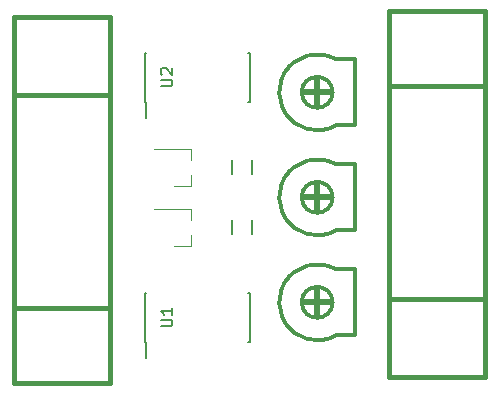
<source format=gto>
G04 #@! TF.FileFunction,Legend,Top*
%FSLAX46Y46*%
G04 Gerber Fmt 4.6, Leading zero omitted, Abs format (unit mm)*
G04 Created by KiCad (PCBNEW 4.0.5) date 2017 January 18, Wednesday 00:08:16*
%MOMM*%
%LPD*%
G01*
G04 APERTURE LIST*
%ADD10C,0.100000*%
%ADD11C,0.150000*%
%ADD12C,0.120000*%
%ADD13C,0.350520*%
%ADD14C,0.381000*%
G04 APERTURE END LIST*
D10*
D11*
X44845000Y-52670000D02*
X44845000Y-51470000D01*
X46595000Y-51470000D02*
X46595000Y-52670000D01*
X46595000Y-46390000D02*
X46595000Y-47590000D01*
X44845000Y-47590000D02*
X44845000Y-46390000D01*
X37460000Y-61765000D02*
X37575000Y-61765000D01*
X37460000Y-57615000D02*
X37575000Y-57615000D01*
X46360000Y-57615000D02*
X46245000Y-57615000D01*
X46360000Y-61765000D02*
X46245000Y-61765000D01*
X37460000Y-61765000D02*
X37460000Y-57615000D01*
X46360000Y-61765000D02*
X46360000Y-57615000D01*
X37575000Y-61765000D02*
X37575000Y-63140000D01*
X37460000Y-41445000D02*
X37575000Y-41445000D01*
X37460000Y-37295000D02*
X37575000Y-37295000D01*
X46360000Y-37295000D02*
X46245000Y-37295000D01*
X46360000Y-41445000D02*
X46245000Y-41445000D01*
X37460000Y-41445000D02*
X37460000Y-37295000D01*
X46360000Y-41445000D02*
X46360000Y-37295000D01*
X37575000Y-41445000D02*
X37575000Y-42820000D01*
D12*
X41400000Y-53650000D02*
X41400000Y-52720000D01*
X41400000Y-50490000D02*
X41400000Y-51420000D01*
X41400000Y-50490000D02*
X38240000Y-50490000D01*
X41400000Y-53650000D02*
X39940000Y-53650000D01*
X41400000Y-48570000D02*
X41400000Y-47640000D01*
X41400000Y-45410000D02*
X41400000Y-46340000D01*
X41400000Y-45410000D02*
X38240000Y-45410000D01*
X41400000Y-48570000D02*
X39940000Y-48570000D01*
D13*
X49740820Y-38420040D02*
G75*
G03X49850040Y-42969180I2329180J-2219960D01*
G01*
X55270400Y-43439080D02*
X53670200Y-43439080D01*
X55270400Y-37840920D02*
X53670200Y-37840920D01*
X53670200Y-37840920D02*
G75*
G03X49270920Y-39039800I-1600200J-2799080D01*
G01*
X49270920Y-42240200D02*
G75*
G03X53670200Y-43439080I2799080J1600200D01*
G01*
X55270400Y-43439080D02*
X55270400Y-37840920D01*
X50871120Y-40540940D02*
X53169820Y-40540940D01*
X53169820Y-40540940D02*
X53169820Y-40739060D01*
X53169820Y-40739060D02*
X50871120Y-40739060D01*
X52169060Y-41838880D02*
X52169060Y-39540180D01*
X52169060Y-39540180D02*
X51970940Y-39540180D01*
X51970940Y-39540180D02*
X51970940Y-41838880D01*
X53374247Y-40640000D02*
G75*
G03X53374247Y-40640000I-1304247J0D01*
G01*
X49740820Y-56200040D02*
G75*
G03X49850040Y-60749180I2329180J-2219960D01*
G01*
X55270400Y-61219080D02*
X53670200Y-61219080D01*
X55270400Y-55620920D02*
X53670200Y-55620920D01*
X53670200Y-55620920D02*
G75*
G03X49270920Y-56819800I-1600200J-2799080D01*
G01*
X49270920Y-60020200D02*
G75*
G03X53670200Y-61219080I2799080J1600200D01*
G01*
X55270400Y-61219080D02*
X55270400Y-55620920D01*
X50871120Y-58320940D02*
X53169820Y-58320940D01*
X53169820Y-58320940D02*
X53169820Y-58519060D01*
X53169820Y-58519060D02*
X50871120Y-58519060D01*
X52169060Y-59618880D02*
X52169060Y-57320180D01*
X52169060Y-57320180D02*
X51970940Y-57320180D01*
X51970940Y-57320180D02*
X51970940Y-59618880D01*
X53374247Y-58420000D02*
G75*
G03X53374247Y-58420000I-1304247J0D01*
G01*
X49740820Y-47310040D02*
G75*
G03X49850040Y-51859180I2329180J-2219960D01*
G01*
X55270400Y-52329080D02*
X53670200Y-52329080D01*
X55270400Y-46730920D02*
X53670200Y-46730920D01*
X53670200Y-46730920D02*
G75*
G03X49270920Y-47929800I-1600200J-2799080D01*
G01*
X49270920Y-51130200D02*
G75*
G03X53670200Y-52329080I2799080J1600200D01*
G01*
X55270400Y-52329080D02*
X55270400Y-46730920D01*
X50871120Y-49430940D02*
X53169820Y-49430940D01*
X53169820Y-49430940D02*
X53169820Y-49629060D01*
X53169820Y-49629060D02*
X50871120Y-49629060D01*
X52169060Y-50728880D02*
X52169060Y-48430180D01*
X52169060Y-48430180D02*
X51970940Y-48430180D01*
X51970940Y-48430180D02*
X51970940Y-50728880D01*
X53374247Y-49530000D02*
G75*
G03X53374247Y-49530000I-1304247J0D01*
G01*
D14*
X58166000Y-58166000D02*
X66294000Y-58166000D01*
X66294000Y-64770000D02*
X58166000Y-64770000D01*
X58166000Y-33782000D02*
X66294000Y-33782000D01*
X58166000Y-33782000D02*
X58166000Y-64770000D01*
X66294000Y-40132000D02*
X58166000Y-40132000D01*
X66294000Y-64770000D02*
X66294000Y-33782000D01*
X34544000Y-40894000D02*
X26416000Y-40894000D01*
X26416000Y-34290000D02*
X34544000Y-34290000D01*
X34544000Y-65278000D02*
X26416000Y-65278000D01*
X34544000Y-65278000D02*
X34544000Y-34290000D01*
X26416000Y-58928000D02*
X34544000Y-58928000D01*
X26416000Y-34290000D02*
X26416000Y-65278000D01*
D11*
X38822381Y-60451905D02*
X39631905Y-60451905D01*
X39727143Y-60404286D01*
X39774762Y-60356667D01*
X39822381Y-60261429D01*
X39822381Y-60070952D01*
X39774762Y-59975714D01*
X39727143Y-59928095D01*
X39631905Y-59880476D01*
X38822381Y-59880476D01*
X39822381Y-58880476D02*
X39822381Y-59451905D01*
X39822381Y-59166191D02*
X38822381Y-59166191D01*
X38965238Y-59261429D01*
X39060476Y-59356667D01*
X39108095Y-59451905D01*
X38822381Y-40131905D02*
X39631905Y-40131905D01*
X39727143Y-40084286D01*
X39774762Y-40036667D01*
X39822381Y-39941429D01*
X39822381Y-39750952D01*
X39774762Y-39655714D01*
X39727143Y-39608095D01*
X39631905Y-39560476D01*
X38822381Y-39560476D01*
X38917619Y-39131905D02*
X38870000Y-39084286D01*
X38822381Y-38989048D01*
X38822381Y-38750952D01*
X38870000Y-38655714D01*
X38917619Y-38608095D01*
X39012857Y-38560476D01*
X39108095Y-38560476D01*
X39250952Y-38608095D01*
X39822381Y-39179524D01*
X39822381Y-38560476D01*
M02*

</source>
